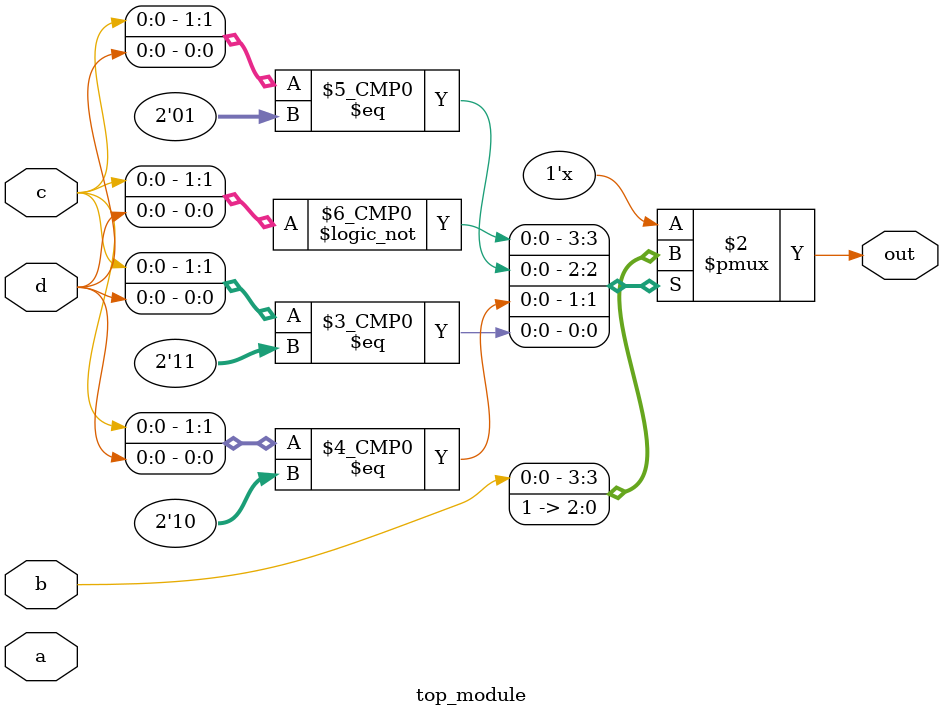
<source format=sv>
module top_module (
    input a, 
    input b,
    input c,
    input d,
    output reg out
);

always @(*) begin
    case ({c, d})
        2'b00: out = b;
        2'b01: out = 1'b1;
        2'b10: out = 1'b1;
        2'b11: out = 1'b1;
    endcase
end

endmodule

</source>
